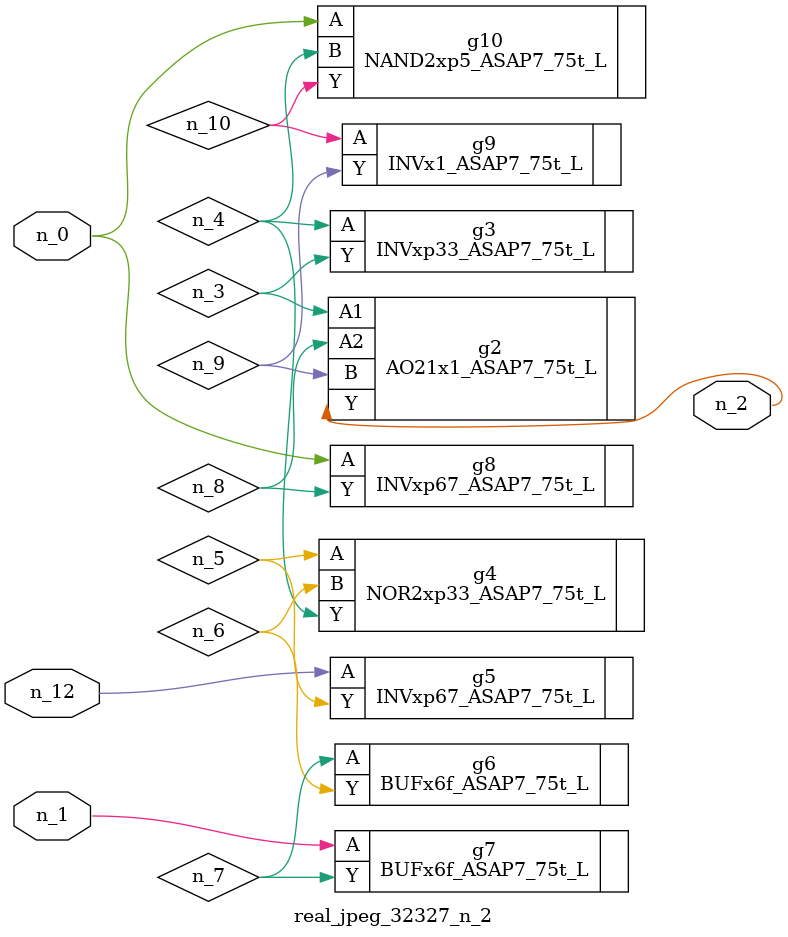
<source format=v>
module real_jpeg_32327_n_2 (n_12, n_1, n_0, n_2);

input n_12;
input n_1;
input n_0;

output n_2;

wire n_5;
wire n_8;
wire n_4;
wire n_6;
wire n_7;
wire n_3;
wire n_10;
wire n_9;

INVxp67_ASAP7_75t_L g8 ( 
.A(n_0),
.Y(n_8)
);

NAND2xp5_ASAP7_75t_L g10 ( 
.A(n_0),
.B(n_4),
.Y(n_10)
);

BUFx6f_ASAP7_75t_L g7 ( 
.A(n_1),
.Y(n_7)
);

AO21x1_ASAP7_75t_L g2 ( 
.A1(n_3),
.A2(n_8),
.B(n_9),
.Y(n_2)
);

INVxp33_ASAP7_75t_L g3 ( 
.A(n_4),
.Y(n_3)
);

NOR2xp33_ASAP7_75t_L g4 ( 
.A(n_5),
.B(n_6),
.Y(n_4)
);

BUFx6f_ASAP7_75t_L g6 ( 
.A(n_7),
.Y(n_6)
);

INVx1_ASAP7_75t_L g9 ( 
.A(n_10),
.Y(n_9)
);

INVxp67_ASAP7_75t_L g5 ( 
.A(n_12),
.Y(n_5)
);


endmodule
</source>
